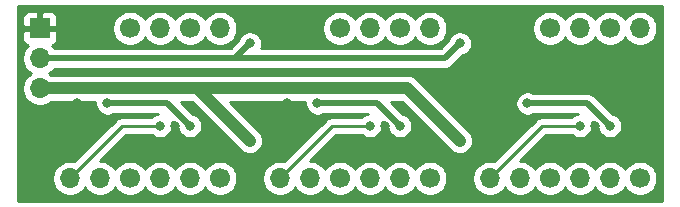
<source format=gbl>
%TF.GenerationSoftware,KiCad,Pcbnew,(5.1.8)-1*%
%TF.CreationDate,2021-03-06T21:19:43+09:00*%
%TF.ProjectId,motor_driver_2,6d6f746f-725f-4647-9269-7665725f322e,rev?*%
%TF.SameCoordinates,PX60e4b00PY7b89fa0*%
%TF.FileFunction,Copper,L2,Bot*%
%TF.FilePolarity,Positive*%
%FSLAX46Y46*%
G04 Gerber Fmt 4.6, Leading zero omitted, Abs format (unit mm)*
G04 Created by KiCad (PCBNEW (5.1.8)-1) date 2021-03-06 21:19:43*
%MOMM*%
%LPD*%
G01*
G04 APERTURE LIST*
%TA.AperFunction,ComponentPad*%
%ADD10R,1.700000X1.700000*%
%TD*%
%TA.AperFunction,ComponentPad*%
%ADD11O,1.700000X1.700000*%
%TD*%
%TA.AperFunction,ComponentPad*%
%ADD12C,1.700000*%
%TD*%
%TA.AperFunction,ViaPad*%
%ADD13C,0.800000*%
%TD*%
%TA.AperFunction,Conductor*%
%ADD14C,1.000000*%
%TD*%
%TA.AperFunction,Conductor*%
%ADD15C,0.500000*%
%TD*%
%TA.AperFunction,Conductor*%
%ADD16C,0.250000*%
%TD*%
%TA.AperFunction,Conductor*%
%ADD17C,0.254000*%
%TD*%
%TA.AperFunction,Conductor*%
%ADD18C,0.100000*%
%TD*%
G04 APERTURE END LIST*
D10*
%TO.P,J1,1*%
%TO.N,Net-(C1-Pad2)*%
X2540000Y15240000D03*
D11*
%TO.P,J1,2*%
%TO.N,Net-(C10-Pad1)*%
X2540000Y12700000D03*
%TO.P,J1,3*%
%TO.N,Net-(C1-Pad1)*%
X2540000Y10160000D03*
%TD*%
D12*
%TO.P,J2,1*%
%TO.N,Net-(IC1-Pad17)*%
X10160000Y2540000D03*
D11*
%TO.P,J2,2*%
%TO.N,Net-(IC1-Pad16)*%
X7620000Y2540000D03*
%TO.P,J2,3*%
%TO.N,Net-(IC1-Pad15)*%
X5080000Y2540000D03*
%TD*%
D12*
%TO.P,J3,1*%
%TO.N,Net-(IC1-Pad23)*%
X17780000Y2540000D03*
D11*
%TO.P,J3,2*%
%TO.N,Net-(IC1-Pad22)*%
X15240000Y2540000D03*
%TO.P,J3,3*%
%TO.N,Net-(IC1-Pad21)*%
X12700000Y2540000D03*
%TD*%
%TO.P,J4,3*%
%TO.N,Net-(IC2-Pad15)*%
X22860000Y2540000D03*
%TO.P,J4,2*%
%TO.N,Net-(IC2-Pad16)*%
X25400000Y2540000D03*
D12*
%TO.P,J4,1*%
%TO.N,Net-(IC2-Pad17)*%
X27940000Y2540000D03*
%TD*%
D11*
%TO.P,J5,3*%
%TO.N,Net-(IC2-Pad21)*%
X30480000Y2540000D03*
%TO.P,J5,2*%
%TO.N,Net-(IC2-Pad22)*%
X33020000Y2540000D03*
D12*
%TO.P,J5,1*%
%TO.N,Net-(IC2-Pad23)*%
X35560000Y2540000D03*
%TD*%
%TO.P,J6,1*%
%TO.N,Net-(IC3-Pad17)*%
X45720000Y2540000D03*
D11*
%TO.P,J6,2*%
%TO.N,Net-(IC3-Pad16)*%
X43180000Y2540000D03*
%TO.P,J6,3*%
%TO.N,Net-(IC3-Pad15)*%
X40640000Y2540000D03*
%TD*%
%TO.P,J7,3*%
%TO.N,Net-(IC3-Pad21)*%
X48260000Y2540000D03*
%TO.P,J7,2*%
%TO.N,Net-(IC3-Pad22)*%
X50800000Y2540000D03*
D12*
%TO.P,J7,1*%
%TO.N,Net-(IC3-Pad23)*%
X53340000Y2540000D03*
%TD*%
%TO.P,J13,1*%
%TO.N,Net-(IC3-Pad5)*%
X50800000Y15240000D03*
D11*
%TO.P,J13,2*%
%TO.N,Net-(IC3-Pad1)*%
X53340000Y15240000D03*
%TD*%
%TO.P,J12,2*%
%TO.N,Net-(IC3-Pad7)*%
X48260000Y15240000D03*
D12*
%TO.P,J12,1*%
%TO.N,Net-(IC3-Pad11)*%
X45720000Y15240000D03*
%TD*%
%TO.P,J11,1*%
%TO.N,Net-(IC2-Pad5)*%
X33020000Y15240000D03*
D11*
%TO.P,J11,2*%
%TO.N,Net-(IC2-Pad1)*%
X35560000Y15240000D03*
%TD*%
D12*
%TO.P,J10,1*%
%TO.N,Net-(IC2-Pad11)*%
X27940000Y15240000D03*
D11*
%TO.P,J10,2*%
%TO.N,Net-(IC2-Pad7)*%
X30480000Y15240000D03*
%TD*%
D12*
%TO.P,J8,1*%
%TO.N,Net-(IC1-Pad11)*%
X10160000Y15240000D03*
D11*
%TO.P,J8,2*%
%TO.N,Net-(IC1-Pad7)*%
X12700000Y15240000D03*
%TD*%
%TO.P,J9,2*%
%TO.N,Net-(IC1-Pad1)*%
X17780000Y15240000D03*
D12*
%TO.P,J9,1*%
%TO.N,Net-(IC1-Pad5)*%
X15240000Y15240000D03*
%TD*%
D13*
%TO.N,Net-(C1-Pad2)*%
X13970000Y6985000D03*
X31750000Y6985000D03*
X49530000Y6985000D03*
X5715000Y8890000D03*
X23495000Y8890000D03*
X41275000Y8890000D03*
X23495000Y15875000D03*
X5715000Y15875000D03*
X41275000Y15875000D03*
X38100000Y15875000D03*
X20320000Y15875000D03*
X54610000Y16510000D03*
X1270000Y1270000D03*
X2540000Y3175000D03*
X19685000Y1270000D03*
X37465000Y1270000D03*
X54610000Y10160000D03*
X37465000Y10160000D03*
X20320000Y8255000D03*
%TO.N,Net-(C1-Pad1)*%
X20320000Y5715000D03*
X38100000Y5715000D03*
%TO.N,Net-(C10-Pad1)*%
X8255000Y8890000D03*
X15240000Y6985000D03*
X20320000Y13970000D03*
X26035000Y8890000D03*
X33020000Y6985000D03*
X38100000Y13970000D03*
X43815000Y8890000D03*
X50800000Y6985000D03*
%TO.N,Net-(IC1-Pad15)*%
X12700000Y6985000D03*
%TO.N,Net-(IC2-Pad15)*%
X30480000Y6985000D03*
%TO.N,Net-(IC3-Pad15)*%
X48260000Y6985000D03*
%TD*%
D14*
%TO.N,Net-(C1-Pad1)*%
X15875000Y10160000D02*
X20320000Y5715000D01*
X2540000Y10160000D02*
X15875000Y10160000D01*
X33655000Y10160000D02*
X38100000Y5715000D01*
X15875000Y10160000D02*
X33655000Y10160000D01*
D15*
%TO.N,Net-(C10-Pad1)*%
X13335000Y8890000D02*
X15240000Y6985000D01*
X8255000Y8890000D02*
X13335000Y8890000D01*
X19050000Y12700000D02*
X20320000Y13970000D01*
X2540000Y12700000D02*
X19050000Y12700000D01*
X31115000Y8890000D02*
X33020000Y6985000D01*
X26035000Y8890000D02*
X31115000Y8890000D01*
X36830000Y12700000D02*
X38100000Y13970000D01*
X19050000Y12700000D02*
X36830000Y12700000D01*
X48895000Y8890000D02*
X50800000Y6985000D01*
X43815000Y8890000D02*
X48895000Y8890000D01*
D16*
%TO.N,Net-(IC1-Pad15)*%
X9525000Y6985000D02*
X12700000Y6985000D01*
X5080000Y2540000D02*
X9525000Y6985000D01*
%TO.N,Net-(IC2-Pad15)*%
X27305000Y6985000D02*
X30480000Y6985000D01*
X22860000Y2540000D02*
X27305000Y6985000D01*
%TO.N,Net-(IC3-Pad15)*%
X45085000Y6985000D02*
X48260000Y6985000D01*
X40640000Y2540000D02*
X45085000Y6985000D01*
%TD*%
D17*
%TO.N,Net-(C1-Pad2)*%
X55220001Y660000D02*
X660000Y660000D01*
X660000Y14390000D01*
X1051928Y14390000D01*
X1064188Y14265518D01*
X1100498Y14145820D01*
X1159463Y14035506D01*
X1238815Y13938815D01*
X1335506Y13859463D01*
X1445820Y13800498D01*
X1518380Y13778487D01*
X1386525Y13646632D01*
X1224010Y13403411D01*
X1112068Y13133158D01*
X1055000Y12846260D01*
X1055000Y12553740D01*
X1112068Y12266842D01*
X1224010Y11996589D01*
X1386525Y11753368D01*
X1593368Y11546525D01*
X1767760Y11430000D01*
X1593368Y11313475D01*
X1386525Y11106632D01*
X1224010Y10863411D01*
X1112068Y10593158D01*
X1055000Y10306260D01*
X1055000Y10013740D01*
X1112068Y9726842D01*
X1224010Y9456589D01*
X1386525Y9213368D01*
X1593368Y9006525D01*
X1836589Y8844010D01*
X2106842Y8732068D01*
X2393740Y8675000D01*
X2686260Y8675000D01*
X2973158Y8732068D01*
X3243411Y8844010D01*
X3486632Y9006525D01*
X3505107Y9025000D01*
X7226576Y9025000D01*
X7220000Y8991939D01*
X7220000Y8788061D01*
X7259774Y8588102D01*
X7337795Y8399744D01*
X7451063Y8230226D01*
X7595226Y8086063D01*
X7764744Y7972795D01*
X7953102Y7894774D01*
X8153061Y7855000D01*
X8356939Y7855000D01*
X8556898Y7894774D01*
X8745256Y7972795D01*
X8793454Y8005000D01*
X12522650Y8005000D01*
X12398102Y7980226D01*
X12209744Y7902205D01*
X12040226Y7788937D01*
X11996289Y7745000D01*
X9562322Y7745000D01*
X9524999Y7748676D01*
X9487676Y7745000D01*
X9487667Y7745000D01*
X9376014Y7734003D01*
X9232753Y7690546D01*
X9100724Y7619974D01*
X8984999Y7525001D01*
X8961201Y7496003D01*
X5446408Y3981209D01*
X5226260Y4025000D01*
X4933740Y4025000D01*
X4646842Y3967932D01*
X4376589Y3855990D01*
X4133368Y3693475D01*
X3926525Y3486632D01*
X3764010Y3243411D01*
X3652068Y2973158D01*
X3595000Y2686260D01*
X3595000Y2393740D01*
X3652068Y2106842D01*
X3764010Y1836589D01*
X3926525Y1593368D01*
X4133368Y1386525D01*
X4376589Y1224010D01*
X4646842Y1112068D01*
X4933740Y1055000D01*
X5226260Y1055000D01*
X5513158Y1112068D01*
X5783411Y1224010D01*
X6026632Y1386525D01*
X6233475Y1593368D01*
X6350000Y1767760D01*
X6466525Y1593368D01*
X6673368Y1386525D01*
X6916589Y1224010D01*
X7186842Y1112068D01*
X7473740Y1055000D01*
X7766260Y1055000D01*
X8053158Y1112068D01*
X8323411Y1224010D01*
X8566632Y1386525D01*
X8773475Y1593368D01*
X8890000Y1767760D01*
X9006525Y1593368D01*
X9213368Y1386525D01*
X9456589Y1224010D01*
X9726842Y1112068D01*
X10013740Y1055000D01*
X10306260Y1055000D01*
X10593158Y1112068D01*
X10863411Y1224010D01*
X11106632Y1386525D01*
X11313475Y1593368D01*
X11430000Y1767760D01*
X11546525Y1593368D01*
X11753368Y1386525D01*
X11996589Y1224010D01*
X12266842Y1112068D01*
X12553740Y1055000D01*
X12846260Y1055000D01*
X13133158Y1112068D01*
X13403411Y1224010D01*
X13646632Y1386525D01*
X13853475Y1593368D01*
X13970000Y1767760D01*
X14086525Y1593368D01*
X14293368Y1386525D01*
X14536589Y1224010D01*
X14806842Y1112068D01*
X15093740Y1055000D01*
X15386260Y1055000D01*
X15673158Y1112068D01*
X15943411Y1224010D01*
X16186632Y1386525D01*
X16393475Y1593368D01*
X16510000Y1767760D01*
X16626525Y1593368D01*
X16833368Y1386525D01*
X17076589Y1224010D01*
X17346842Y1112068D01*
X17633740Y1055000D01*
X17926260Y1055000D01*
X18213158Y1112068D01*
X18483411Y1224010D01*
X18726632Y1386525D01*
X18933475Y1593368D01*
X19095990Y1836589D01*
X19207932Y2106842D01*
X19265000Y2393740D01*
X19265000Y2686260D01*
X19207932Y2973158D01*
X19095990Y3243411D01*
X18933475Y3486632D01*
X18726632Y3693475D01*
X18483411Y3855990D01*
X18213158Y3967932D01*
X17926260Y4025000D01*
X17633740Y4025000D01*
X17346842Y3967932D01*
X17076589Y3855990D01*
X16833368Y3693475D01*
X16626525Y3486632D01*
X16510000Y3312240D01*
X16393475Y3486632D01*
X16186632Y3693475D01*
X15943411Y3855990D01*
X15673158Y3967932D01*
X15386260Y4025000D01*
X15093740Y4025000D01*
X14806842Y3967932D01*
X14536589Y3855990D01*
X14293368Y3693475D01*
X14086525Y3486632D01*
X13970000Y3312240D01*
X13853475Y3486632D01*
X13646632Y3693475D01*
X13403411Y3855990D01*
X13133158Y3967932D01*
X12846260Y4025000D01*
X12553740Y4025000D01*
X12266842Y3967932D01*
X11996589Y3855990D01*
X11753368Y3693475D01*
X11546525Y3486632D01*
X11430000Y3312240D01*
X11313475Y3486632D01*
X11106632Y3693475D01*
X10863411Y3855990D01*
X10593158Y3967932D01*
X10306260Y4025000D01*
X10013740Y4025000D01*
X9726842Y3967932D01*
X9456589Y3855990D01*
X9213368Y3693475D01*
X9006525Y3486632D01*
X8890000Y3312240D01*
X8773475Y3486632D01*
X8566632Y3693475D01*
X8323411Y3855990D01*
X8053158Y3967932D01*
X7766260Y4025000D01*
X7639801Y4025000D01*
X9839802Y6225000D01*
X11996289Y6225000D01*
X12040226Y6181063D01*
X12209744Y6067795D01*
X12398102Y5989774D01*
X12598061Y5950000D01*
X12801939Y5950000D01*
X13001898Y5989774D01*
X13190256Y6067795D01*
X13359774Y6181063D01*
X13503937Y6325226D01*
X13617205Y6494744D01*
X13695226Y6683102D01*
X13735000Y6883061D01*
X13735000Y7086939D01*
X13697387Y7276035D01*
X14233465Y6739956D01*
X14244774Y6683102D01*
X14322795Y6494744D01*
X14436063Y6325226D01*
X14580226Y6181063D01*
X14749744Y6067795D01*
X14938102Y5989774D01*
X15138061Y5950000D01*
X15341939Y5950000D01*
X15541898Y5989774D01*
X15730256Y6067795D01*
X15899774Y6181063D01*
X16043937Y6325226D01*
X16157205Y6494744D01*
X16235226Y6683102D01*
X16275000Y6883061D01*
X16275000Y7086939D01*
X16235226Y7286898D01*
X16157205Y7475256D01*
X16043937Y7644774D01*
X15899774Y7788937D01*
X15730256Y7902205D01*
X15541898Y7980226D01*
X15485044Y7991535D01*
X14451578Y9025000D01*
X15404869Y9025000D01*
X19556856Y4873012D01*
X19686376Y4766717D01*
X19883552Y4661325D01*
X20097500Y4596424D01*
X20319999Y4574510D01*
X20542498Y4596424D01*
X20756446Y4661325D01*
X20953622Y4766717D01*
X21126448Y4908552D01*
X21268283Y5081378D01*
X21373675Y5278554D01*
X21438576Y5492502D01*
X21460490Y5715001D01*
X21438576Y5937500D01*
X21373675Y6151448D01*
X21268283Y6348624D01*
X21161988Y6478144D01*
X18615131Y9025000D01*
X25006576Y9025000D01*
X25000000Y8991939D01*
X25000000Y8788061D01*
X25039774Y8588102D01*
X25117795Y8399744D01*
X25231063Y8230226D01*
X25375226Y8086063D01*
X25544744Y7972795D01*
X25733102Y7894774D01*
X25933061Y7855000D01*
X26136939Y7855000D01*
X26336898Y7894774D01*
X26525256Y7972795D01*
X26573454Y8005000D01*
X30302650Y8005000D01*
X30178102Y7980226D01*
X29989744Y7902205D01*
X29820226Y7788937D01*
X29776289Y7745000D01*
X27342322Y7745000D01*
X27304999Y7748676D01*
X27267676Y7745000D01*
X27267667Y7745000D01*
X27156014Y7734003D01*
X27012753Y7690546D01*
X26880724Y7619974D01*
X26764999Y7525001D01*
X26741201Y7496003D01*
X23226408Y3981209D01*
X23006260Y4025000D01*
X22713740Y4025000D01*
X22426842Y3967932D01*
X22156589Y3855990D01*
X21913368Y3693475D01*
X21706525Y3486632D01*
X21544010Y3243411D01*
X21432068Y2973158D01*
X21375000Y2686260D01*
X21375000Y2393740D01*
X21432068Y2106842D01*
X21544010Y1836589D01*
X21706525Y1593368D01*
X21913368Y1386525D01*
X22156589Y1224010D01*
X22426842Y1112068D01*
X22713740Y1055000D01*
X23006260Y1055000D01*
X23293158Y1112068D01*
X23563411Y1224010D01*
X23806632Y1386525D01*
X24013475Y1593368D01*
X24130000Y1767760D01*
X24246525Y1593368D01*
X24453368Y1386525D01*
X24696589Y1224010D01*
X24966842Y1112068D01*
X25253740Y1055000D01*
X25546260Y1055000D01*
X25833158Y1112068D01*
X26103411Y1224010D01*
X26346632Y1386525D01*
X26553475Y1593368D01*
X26670000Y1767760D01*
X26786525Y1593368D01*
X26993368Y1386525D01*
X27236589Y1224010D01*
X27506842Y1112068D01*
X27793740Y1055000D01*
X28086260Y1055000D01*
X28373158Y1112068D01*
X28643411Y1224010D01*
X28886632Y1386525D01*
X29093475Y1593368D01*
X29210000Y1767760D01*
X29326525Y1593368D01*
X29533368Y1386525D01*
X29776589Y1224010D01*
X30046842Y1112068D01*
X30333740Y1055000D01*
X30626260Y1055000D01*
X30913158Y1112068D01*
X31183411Y1224010D01*
X31426632Y1386525D01*
X31633475Y1593368D01*
X31750000Y1767760D01*
X31866525Y1593368D01*
X32073368Y1386525D01*
X32316589Y1224010D01*
X32586842Y1112068D01*
X32873740Y1055000D01*
X33166260Y1055000D01*
X33453158Y1112068D01*
X33723411Y1224010D01*
X33966632Y1386525D01*
X34173475Y1593368D01*
X34290000Y1767760D01*
X34406525Y1593368D01*
X34613368Y1386525D01*
X34856589Y1224010D01*
X35126842Y1112068D01*
X35413740Y1055000D01*
X35706260Y1055000D01*
X35993158Y1112068D01*
X36263411Y1224010D01*
X36506632Y1386525D01*
X36713475Y1593368D01*
X36875990Y1836589D01*
X36987932Y2106842D01*
X37045000Y2393740D01*
X37045000Y2686260D01*
X39155000Y2686260D01*
X39155000Y2393740D01*
X39212068Y2106842D01*
X39324010Y1836589D01*
X39486525Y1593368D01*
X39693368Y1386525D01*
X39936589Y1224010D01*
X40206842Y1112068D01*
X40493740Y1055000D01*
X40786260Y1055000D01*
X41073158Y1112068D01*
X41343411Y1224010D01*
X41586632Y1386525D01*
X41793475Y1593368D01*
X41910000Y1767760D01*
X42026525Y1593368D01*
X42233368Y1386525D01*
X42476589Y1224010D01*
X42746842Y1112068D01*
X43033740Y1055000D01*
X43326260Y1055000D01*
X43613158Y1112068D01*
X43883411Y1224010D01*
X44126632Y1386525D01*
X44333475Y1593368D01*
X44450000Y1767760D01*
X44566525Y1593368D01*
X44773368Y1386525D01*
X45016589Y1224010D01*
X45286842Y1112068D01*
X45573740Y1055000D01*
X45866260Y1055000D01*
X46153158Y1112068D01*
X46423411Y1224010D01*
X46666632Y1386525D01*
X46873475Y1593368D01*
X46990000Y1767760D01*
X47106525Y1593368D01*
X47313368Y1386525D01*
X47556589Y1224010D01*
X47826842Y1112068D01*
X48113740Y1055000D01*
X48406260Y1055000D01*
X48693158Y1112068D01*
X48963411Y1224010D01*
X49206632Y1386525D01*
X49413475Y1593368D01*
X49530000Y1767760D01*
X49646525Y1593368D01*
X49853368Y1386525D01*
X50096589Y1224010D01*
X50366842Y1112068D01*
X50653740Y1055000D01*
X50946260Y1055000D01*
X51233158Y1112068D01*
X51503411Y1224010D01*
X51746632Y1386525D01*
X51953475Y1593368D01*
X52070000Y1767760D01*
X52186525Y1593368D01*
X52393368Y1386525D01*
X52636589Y1224010D01*
X52906842Y1112068D01*
X53193740Y1055000D01*
X53486260Y1055000D01*
X53773158Y1112068D01*
X54043411Y1224010D01*
X54286632Y1386525D01*
X54493475Y1593368D01*
X54655990Y1836589D01*
X54767932Y2106842D01*
X54825000Y2393740D01*
X54825000Y2686260D01*
X54767932Y2973158D01*
X54655990Y3243411D01*
X54493475Y3486632D01*
X54286632Y3693475D01*
X54043411Y3855990D01*
X53773158Y3967932D01*
X53486260Y4025000D01*
X53193740Y4025000D01*
X52906842Y3967932D01*
X52636589Y3855990D01*
X52393368Y3693475D01*
X52186525Y3486632D01*
X52070000Y3312240D01*
X51953475Y3486632D01*
X51746632Y3693475D01*
X51503411Y3855990D01*
X51233158Y3967932D01*
X50946260Y4025000D01*
X50653740Y4025000D01*
X50366842Y3967932D01*
X50096589Y3855990D01*
X49853368Y3693475D01*
X49646525Y3486632D01*
X49530000Y3312240D01*
X49413475Y3486632D01*
X49206632Y3693475D01*
X48963411Y3855990D01*
X48693158Y3967932D01*
X48406260Y4025000D01*
X48113740Y4025000D01*
X47826842Y3967932D01*
X47556589Y3855990D01*
X47313368Y3693475D01*
X47106525Y3486632D01*
X46990000Y3312240D01*
X46873475Y3486632D01*
X46666632Y3693475D01*
X46423411Y3855990D01*
X46153158Y3967932D01*
X45866260Y4025000D01*
X45573740Y4025000D01*
X45286842Y3967932D01*
X45016589Y3855990D01*
X44773368Y3693475D01*
X44566525Y3486632D01*
X44450000Y3312240D01*
X44333475Y3486632D01*
X44126632Y3693475D01*
X43883411Y3855990D01*
X43613158Y3967932D01*
X43326260Y4025000D01*
X43199801Y4025000D01*
X45399802Y6225000D01*
X47556289Y6225000D01*
X47600226Y6181063D01*
X47769744Y6067795D01*
X47958102Y5989774D01*
X48158061Y5950000D01*
X48361939Y5950000D01*
X48561898Y5989774D01*
X48750256Y6067795D01*
X48919774Y6181063D01*
X49063937Y6325226D01*
X49177205Y6494744D01*
X49255226Y6683102D01*
X49295000Y6883061D01*
X49295000Y7086939D01*
X49257387Y7276035D01*
X49793465Y6739956D01*
X49804774Y6683102D01*
X49882795Y6494744D01*
X49996063Y6325226D01*
X50140226Y6181063D01*
X50309744Y6067795D01*
X50498102Y5989774D01*
X50698061Y5950000D01*
X50901939Y5950000D01*
X51101898Y5989774D01*
X51290256Y6067795D01*
X51459774Y6181063D01*
X51603937Y6325226D01*
X51717205Y6494744D01*
X51795226Y6683102D01*
X51835000Y6883061D01*
X51835000Y7086939D01*
X51795226Y7286898D01*
X51717205Y7475256D01*
X51603937Y7644774D01*
X51459774Y7788937D01*
X51290256Y7902205D01*
X51101898Y7980226D01*
X51045044Y7991535D01*
X49551534Y9485044D01*
X49523817Y9518817D01*
X49389059Y9629411D01*
X49235313Y9711589D01*
X49068490Y9762195D01*
X48938477Y9775000D01*
X48938469Y9775000D01*
X48895000Y9779281D01*
X48851531Y9775000D01*
X44353454Y9775000D01*
X44305256Y9807205D01*
X44116898Y9885226D01*
X43916939Y9925000D01*
X43713061Y9925000D01*
X43513102Y9885226D01*
X43324744Y9807205D01*
X43155226Y9693937D01*
X43011063Y9549774D01*
X42897795Y9380256D01*
X42819774Y9191898D01*
X42780000Y8991939D01*
X42780000Y8788061D01*
X42819774Y8588102D01*
X42897795Y8399744D01*
X43011063Y8230226D01*
X43155226Y8086063D01*
X43324744Y7972795D01*
X43513102Y7894774D01*
X43713061Y7855000D01*
X43916939Y7855000D01*
X44116898Y7894774D01*
X44305256Y7972795D01*
X44353454Y8005000D01*
X48082650Y8005000D01*
X47958102Y7980226D01*
X47769744Y7902205D01*
X47600226Y7788937D01*
X47556289Y7745000D01*
X45122322Y7745000D01*
X45084999Y7748676D01*
X45047676Y7745000D01*
X45047667Y7745000D01*
X44936014Y7734003D01*
X44792753Y7690546D01*
X44660724Y7619974D01*
X44544999Y7525001D01*
X44521201Y7496003D01*
X41006408Y3981209D01*
X40786260Y4025000D01*
X40493740Y4025000D01*
X40206842Y3967932D01*
X39936589Y3855990D01*
X39693368Y3693475D01*
X39486525Y3486632D01*
X39324010Y3243411D01*
X39212068Y2973158D01*
X39155000Y2686260D01*
X37045000Y2686260D01*
X36987932Y2973158D01*
X36875990Y3243411D01*
X36713475Y3486632D01*
X36506632Y3693475D01*
X36263411Y3855990D01*
X35993158Y3967932D01*
X35706260Y4025000D01*
X35413740Y4025000D01*
X35126842Y3967932D01*
X34856589Y3855990D01*
X34613368Y3693475D01*
X34406525Y3486632D01*
X34290000Y3312240D01*
X34173475Y3486632D01*
X33966632Y3693475D01*
X33723411Y3855990D01*
X33453158Y3967932D01*
X33166260Y4025000D01*
X32873740Y4025000D01*
X32586842Y3967932D01*
X32316589Y3855990D01*
X32073368Y3693475D01*
X31866525Y3486632D01*
X31750000Y3312240D01*
X31633475Y3486632D01*
X31426632Y3693475D01*
X31183411Y3855990D01*
X30913158Y3967932D01*
X30626260Y4025000D01*
X30333740Y4025000D01*
X30046842Y3967932D01*
X29776589Y3855990D01*
X29533368Y3693475D01*
X29326525Y3486632D01*
X29210000Y3312240D01*
X29093475Y3486632D01*
X28886632Y3693475D01*
X28643411Y3855990D01*
X28373158Y3967932D01*
X28086260Y4025000D01*
X27793740Y4025000D01*
X27506842Y3967932D01*
X27236589Y3855990D01*
X26993368Y3693475D01*
X26786525Y3486632D01*
X26670000Y3312240D01*
X26553475Y3486632D01*
X26346632Y3693475D01*
X26103411Y3855990D01*
X25833158Y3967932D01*
X25546260Y4025000D01*
X25419801Y4025000D01*
X27619802Y6225000D01*
X29776289Y6225000D01*
X29820226Y6181063D01*
X29989744Y6067795D01*
X30178102Y5989774D01*
X30378061Y5950000D01*
X30581939Y5950000D01*
X30781898Y5989774D01*
X30970256Y6067795D01*
X31139774Y6181063D01*
X31283937Y6325226D01*
X31397205Y6494744D01*
X31475226Y6683102D01*
X31515000Y6883061D01*
X31515000Y7086939D01*
X31477387Y7276035D01*
X32013465Y6739956D01*
X32024774Y6683102D01*
X32102795Y6494744D01*
X32216063Y6325226D01*
X32360226Y6181063D01*
X32529744Y6067795D01*
X32718102Y5989774D01*
X32918061Y5950000D01*
X33121939Y5950000D01*
X33321898Y5989774D01*
X33510256Y6067795D01*
X33679774Y6181063D01*
X33823937Y6325226D01*
X33937205Y6494744D01*
X34015226Y6683102D01*
X34055000Y6883061D01*
X34055000Y7086939D01*
X34015226Y7286898D01*
X33937205Y7475256D01*
X33823937Y7644774D01*
X33679774Y7788937D01*
X33510256Y7902205D01*
X33321898Y7980226D01*
X33265044Y7991535D01*
X32231578Y9025000D01*
X33184869Y9025000D01*
X37336856Y4873012D01*
X37466376Y4766717D01*
X37663552Y4661325D01*
X37877500Y4596424D01*
X38099999Y4574510D01*
X38322498Y4596424D01*
X38536446Y4661325D01*
X38733622Y4766717D01*
X38906448Y4908552D01*
X39048283Y5081378D01*
X39153675Y5278554D01*
X39218576Y5492502D01*
X39240490Y5715001D01*
X39218576Y5937500D01*
X39153675Y6151448D01*
X39048283Y6348624D01*
X38941988Y6478144D01*
X34496996Y10923135D01*
X34461449Y10966449D01*
X34288623Y11108284D01*
X34091447Y11213676D01*
X33877499Y11278577D01*
X33710752Y11295000D01*
X33710751Y11295000D01*
X33655000Y11300491D01*
X33599249Y11295000D01*
X15930751Y11295000D01*
X15875000Y11300491D01*
X15819249Y11295000D01*
X3505107Y11295000D01*
X3486632Y11313475D01*
X3312240Y11430000D01*
X3486632Y11546525D01*
X3693475Y11753368D01*
X3734656Y11815000D01*
X19006531Y11815000D01*
X19050000Y11810719D01*
X19093469Y11815000D01*
X36786531Y11815000D01*
X36830000Y11810719D01*
X36873469Y11815000D01*
X36873477Y11815000D01*
X37003490Y11827805D01*
X37170313Y11878411D01*
X37324059Y11960589D01*
X37458817Y12071183D01*
X37486534Y12104956D01*
X38345044Y12963465D01*
X38401898Y12974774D01*
X38590256Y13052795D01*
X38759774Y13166063D01*
X38903937Y13310226D01*
X39017205Y13479744D01*
X39095226Y13668102D01*
X39135000Y13868061D01*
X39135000Y14071939D01*
X39095226Y14271898D01*
X39017205Y14460256D01*
X38903937Y14629774D01*
X38759774Y14773937D01*
X38590256Y14887205D01*
X38401898Y14965226D01*
X38201939Y15005000D01*
X37998061Y15005000D01*
X37798102Y14965226D01*
X37609744Y14887205D01*
X37440226Y14773937D01*
X37296063Y14629774D01*
X37182795Y14460256D01*
X37104774Y14271898D01*
X37093465Y14215044D01*
X36463422Y13585000D01*
X21280804Y13585000D01*
X21315226Y13668102D01*
X21355000Y13868061D01*
X21355000Y14071939D01*
X21315226Y14271898D01*
X21237205Y14460256D01*
X21123937Y14629774D01*
X20979774Y14773937D01*
X20810256Y14887205D01*
X20621898Y14965226D01*
X20421939Y15005000D01*
X20218061Y15005000D01*
X20018102Y14965226D01*
X19829744Y14887205D01*
X19660226Y14773937D01*
X19516063Y14629774D01*
X19402795Y14460256D01*
X19324774Y14271898D01*
X19313465Y14215044D01*
X18683422Y13585000D01*
X3734656Y13585000D01*
X3693475Y13646632D01*
X3561620Y13778487D01*
X3634180Y13800498D01*
X3744494Y13859463D01*
X3841185Y13938815D01*
X3920537Y14035506D01*
X3979502Y14145820D01*
X4015812Y14265518D01*
X4028072Y14390000D01*
X4025000Y14954250D01*
X3866250Y15113000D01*
X2667000Y15113000D01*
X2667000Y15093000D01*
X2413000Y15093000D01*
X2413000Y15113000D01*
X1213750Y15113000D01*
X1055000Y14954250D01*
X1051928Y14390000D01*
X660000Y14390000D01*
X660000Y16090000D01*
X1051928Y16090000D01*
X1055000Y15525750D01*
X1213750Y15367000D01*
X2413000Y15367000D01*
X2413000Y16566250D01*
X2667000Y16566250D01*
X2667000Y15367000D01*
X3866250Y15367000D01*
X3885510Y15386260D01*
X8675000Y15386260D01*
X8675000Y15093740D01*
X8732068Y14806842D01*
X8844010Y14536589D01*
X9006525Y14293368D01*
X9213368Y14086525D01*
X9456589Y13924010D01*
X9726842Y13812068D01*
X10013740Y13755000D01*
X10306260Y13755000D01*
X10593158Y13812068D01*
X10863411Y13924010D01*
X11106632Y14086525D01*
X11313475Y14293368D01*
X11430000Y14467760D01*
X11546525Y14293368D01*
X11753368Y14086525D01*
X11996589Y13924010D01*
X12266842Y13812068D01*
X12553740Y13755000D01*
X12846260Y13755000D01*
X13133158Y13812068D01*
X13403411Y13924010D01*
X13646632Y14086525D01*
X13853475Y14293368D01*
X13970000Y14467760D01*
X14086525Y14293368D01*
X14293368Y14086525D01*
X14536589Y13924010D01*
X14806842Y13812068D01*
X15093740Y13755000D01*
X15386260Y13755000D01*
X15673158Y13812068D01*
X15943411Y13924010D01*
X16186632Y14086525D01*
X16393475Y14293368D01*
X16510000Y14467760D01*
X16626525Y14293368D01*
X16833368Y14086525D01*
X17076589Y13924010D01*
X17346842Y13812068D01*
X17633740Y13755000D01*
X17926260Y13755000D01*
X18213158Y13812068D01*
X18483411Y13924010D01*
X18726632Y14086525D01*
X18933475Y14293368D01*
X19095990Y14536589D01*
X19207932Y14806842D01*
X19265000Y15093740D01*
X19265000Y15386260D01*
X26455000Y15386260D01*
X26455000Y15093740D01*
X26512068Y14806842D01*
X26624010Y14536589D01*
X26786525Y14293368D01*
X26993368Y14086525D01*
X27236589Y13924010D01*
X27506842Y13812068D01*
X27793740Y13755000D01*
X28086260Y13755000D01*
X28373158Y13812068D01*
X28643411Y13924010D01*
X28886632Y14086525D01*
X29093475Y14293368D01*
X29210000Y14467760D01*
X29326525Y14293368D01*
X29533368Y14086525D01*
X29776589Y13924010D01*
X30046842Y13812068D01*
X30333740Y13755000D01*
X30626260Y13755000D01*
X30913158Y13812068D01*
X31183411Y13924010D01*
X31426632Y14086525D01*
X31633475Y14293368D01*
X31750000Y14467760D01*
X31866525Y14293368D01*
X32073368Y14086525D01*
X32316589Y13924010D01*
X32586842Y13812068D01*
X32873740Y13755000D01*
X33166260Y13755000D01*
X33453158Y13812068D01*
X33723411Y13924010D01*
X33966632Y14086525D01*
X34173475Y14293368D01*
X34290000Y14467760D01*
X34406525Y14293368D01*
X34613368Y14086525D01*
X34856589Y13924010D01*
X35126842Y13812068D01*
X35413740Y13755000D01*
X35706260Y13755000D01*
X35993158Y13812068D01*
X36263411Y13924010D01*
X36506632Y14086525D01*
X36713475Y14293368D01*
X36875990Y14536589D01*
X36987932Y14806842D01*
X37045000Y15093740D01*
X37045000Y15386260D01*
X44235000Y15386260D01*
X44235000Y15093740D01*
X44292068Y14806842D01*
X44404010Y14536589D01*
X44566525Y14293368D01*
X44773368Y14086525D01*
X45016589Y13924010D01*
X45286842Y13812068D01*
X45573740Y13755000D01*
X45866260Y13755000D01*
X46153158Y13812068D01*
X46423411Y13924010D01*
X46666632Y14086525D01*
X46873475Y14293368D01*
X46990000Y14467760D01*
X47106525Y14293368D01*
X47313368Y14086525D01*
X47556589Y13924010D01*
X47826842Y13812068D01*
X48113740Y13755000D01*
X48406260Y13755000D01*
X48693158Y13812068D01*
X48963411Y13924010D01*
X49206632Y14086525D01*
X49413475Y14293368D01*
X49530000Y14467760D01*
X49646525Y14293368D01*
X49853368Y14086525D01*
X50096589Y13924010D01*
X50366842Y13812068D01*
X50653740Y13755000D01*
X50946260Y13755000D01*
X51233158Y13812068D01*
X51503411Y13924010D01*
X51746632Y14086525D01*
X51953475Y14293368D01*
X52070000Y14467760D01*
X52186525Y14293368D01*
X52393368Y14086525D01*
X52636589Y13924010D01*
X52906842Y13812068D01*
X53193740Y13755000D01*
X53486260Y13755000D01*
X53773158Y13812068D01*
X54043411Y13924010D01*
X54286632Y14086525D01*
X54493475Y14293368D01*
X54655990Y14536589D01*
X54767932Y14806842D01*
X54825000Y15093740D01*
X54825000Y15386260D01*
X54767932Y15673158D01*
X54655990Y15943411D01*
X54493475Y16186632D01*
X54286632Y16393475D01*
X54043411Y16555990D01*
X53773158Y16667932D01*
X53486260Y16725000D01*
X53193740Y16725000D01*
X52906842Y16667932D01*
X52636589Y16555990D01*
X52393368Y16393475D01*
X52186525Y16186632D01*
X52070000Y16012240D01*
X51953475Y16186632D01*
X51746632Y16393475D01*
X51503411Y16555990D01*
X51233158Y16667932D01*
X50946260Y16725000D01*
X50653740Y16725000D01*
X50366842Y16667932D01*
X50096589Y16555990D01*
X49853368Y16393475D01*
X49646525Y16186632D01*
X49530000Y16012240D01*
X49413475Y16186632D01*
X49206632Y16393475D01*
X48963411Y16555990D01*
X48693158Y16667932D01*
X48406260Y16725000D01*
X48113740Y16725000D01*
X47826842Y16667932D01*
X47556589Y16555990D01*
X47313368Y16393475D01*
X47106525Y16186632D01*
X46990000Y16012240D01*
X46873475Y16186632D01*
X46666632Y16393475D01*
X46423411Y16555990D01*
X46153158Y16667932D01*
X45866260Y16725000D01*
X45573740Y16725000D01*
X45286842Y16667932D01*
X45016589Y16555990D01*
X44773368Y16393475D01*
X44566525Y16186632D01*
X44404010Y15943411D01*
X44292068Y15673158D01*
X44235000Y15386260D01*
X37045000Y15386260D01*
X36987932Y15673158D01*
X36875990Y15943411D01*
X36713475Y16186632D01*
X36506632Y16393475D01*
X36263411Y16555990D01*
X35993158Y16667932D01*
X35706260Y16725000D01*
X35413740Y16725000D01*
X35126842Y16667932D01*
X34856589Y16555990D01*
X34613368Y16393475D01*
X34406525Y16186632D01*
X34290000Y16012240D01*
X34173475Y16186632D01*
X33966632Y16393475D01*
X33723411Y16555990D01*
X33453158Y16667932D01*
X33166260Y16725000D01*
X32873740Y16725000D01*
X32586842Y16667932D01*
X32316589Y16555990D01*
X32073368Y16393475D01*
X31866525Y16186632D01*
X31750000Y16012240D01*
X31633475Y16186632D01*
X31426632Y16393475D01*
X31183411Y16555990D01*
X30913158Y16667932D01*
X30626260Y16725000D01*
X30333740Y16725000D01*
X30046842Y16667932D01*
X29776589Y16555990D01*
X29533368Y16393475D01*
X29326525Y16186632D01*
X29210000Y16012240D01*
X29093475Y16186632D01*
X28886632Y16393475D01*
X28643411Y16555990D01*
X28373158Y16667932D01*
X28086260Y16725000D01*
X27793740Y16725000D01*
X27506842Y16667932D01*
X27236589Y16555990D01*
X26993368Y16393475D01*
X26786525Y16186632D01*
X26624010Y15943411D01*
X26512068Y15673158D01*
X26455000Y15386260D01*
X19265000Y15386260D01*
X19207932Y15673158D01*
X19095990Y15943411D01*
X18933475Y16186632D01*
X18726632Y16393475D01*
X18483411Y16555990D01*
X18213158Y16667932D01*
X17926260Y16725000D01*
X17633740Y16725000D01*
X17346842Y16667932D01*
X17076589Y16555990D01*
X16833368Y16393475D01*
X16626525Y16186632D01*
X16510000Y16012240D01*
X16393475Y16186632D01*
X16186632Y16393475D01*
X15943411Y16555990D01*
X15673158Y16667932D01*
X15386260Y16725000D01*
X15093740Y16725000D01*
X14806842Y16667932D01*
X14536589Y16555990D01*
X14293368Y16393475D01*
X14086525Y16186632D01*
X13970000Y16012240D01*
X13853475Y16186632D01*
X13646632Y16393475D01*
X13403411Y16555990D01*
X13133158Y16667932D01*
X12846260Y16725000D01*
X12553740Y16725000D01*
X12266842Y16667932D01*
X11996589Y16555990D01*
X11753368Y16393475D01*
X11546525Y16186632D01*
X11430000Y16012240D01*
X11313475Y16186632D01*
X11106632Y16393475D01*
X10863411Y16555990D01*
X10593158Y16667932D01*
X10306260Y16725000D01*
X10013740Y16725000D01*
X9726842Y16667932D01*
X9456589Y16555990D01*
X9213368Y16393475D01*
X9006525Y16186632D01*
X8844010Y15943411D01*
X8732068Y15673158D01*
X8675000Y15386260D01*
X3885510Y15386260D01*
X4025000Y15525750D01*
X4028072Y16090000D01*
X4015812Y16214482D01*
X3979502Y16334180D01*
X3920537Y16444494D01*
X3841185Y16541185D01*
X3744494Y16620537D01*
X3634180Y16679502D01*
X3514482Y16715812D01*
X3390000Y16728072D01*
X2825750Y16725000D01*
X2667000Y16566250D01*
X2413000Y16566250D01*
X2254250Y16725000D01*
X1690000Y16728072D01*
X1565518Y16715812D01*
X1445820Y16679502D01*
X1335506Y16620537D01*
X1238815Y16541185D01*
X1159463Y16444494D01*
X1100498Y16334180D01*
X1064188Y16214482D01*
X1051928Y16090000D01*
X660000Y16090000D01*
X660000Y17120000D01*
X55220000Y17120000D01*
X55220001Y660000D01*
%TA.AperFunction,Conductor*%
D18*
G36*
X55220001Y660000D02*
G01*
X660000Y660000D01*
X660000Y14390000D01*
X1051928Y14390000D01*
X1064188Y14265518D01*
X1100498Y14145820D01*
X1159463Y14035506D01*
X1238815Y13938815D01*
X1335506Y13859463D01*
X1445820Y13800498D01*
X1518380Y13778487D01*
X1386525Y13646632D01*
X1224010Y13403411D01*
X1112068Y13133158D01*
X1055000Y12846260D01*
X1055000Y12553740D01*
X1112068Y12266842D01*
X1224010Y11996589D01*
X1386525Y11753368D01*
X1593368Y11546525D01*
X1767760Y11430000D01*
X1593368Y11313475D01*
X1386525Y11106632D01*
X1224010Y10863411D01*
X1112068Y10593158D01*
X1055000Y10306260D01*
X1055000Y10013740D01*
X1112068Y9726842D01*
X1224010Y9456589D01*
X1386525Y9213368D01*
X1593368Y9006525D01*
X1836589Y8844010D01*
X2106842Y8732068D01*
X2393740Y8675000D01*
X2686260Y8675000D01*
X2973158Y8732068D01*
X3243411Y8844010D01*
X3486632Y9006525D01*
X3505107Y9025000D01*
X7226576Y9025000D01*
X7220000Y8991939D01*
X7220000Y8788061D01*
X7259774Y8588102D01*
X7337795Y8399744D01*
X7451063Y8230226D01*
X7595226Y8086063D01*
X7764744Y7972795D01*
X7953102Y7894774D01*
X8153061Y7855000D01*
X8356939Y7855000D01*
X8556898Y7894774D01*
X8745256Y7972795D01*
X8793454Y8005000D01*
X12522650Y8005000D01*
X12398102Y7980226D01*
X12209744Y7902205D01*
X12040226Y7788937D01*
X11996289Y7745000D01*
X9562322Y7745000D01*
X9524999Y7748676D01*
X9487676Y7745000D01*
X9487667Y7745000D01*
X9376014Y7734003D01*
X9232753Y7690546D01*
X9100724Y7619974D01*
X8984999Y7525001D01*
X8961201Y7496003D01*
X5446408Y3981209D01*
X5226260Y4025000D01*
X4933740Y4025000D01*
X4646842Y3967932D01*
X4376589Y3855990D01*
X4133368Y3693475D01*
X3926525Y3486632D01*
X3764010Y3243411D01*
X3652068Y2973158D01*
X3595000Y2686260D01*
X3595000Y2393740D01*
X3652068Y2106842D01*
X3764010Y1836589D01*
X3926525Y1593368D01*
X4133368Y1386525D01*
X4376589Y1224010D01*
X4646842Y1112068D01*
X4933740Y1055000D01*
X5226260Y1055000D01*
X5513158Y1112068D01*
X5783411Y1224010D01*
X6026632Y1386525D01*
X6233475Y1593368D01*
X6350000Y1767760D01*
X6466525Y1593368D01*
X6673368Y1386525D01*
X6916589Y1224010D01*
X7186842Y1112068D01*
X7473740Y1055000D01*
X7766260Y1055000D01*
X8053158Y1112068D01*
X8323411Y1224010D01*
X8566632Y1386525D01*
X8773475Y1593368D01*
X8890000Y1767760D01*
X9006525Y1593368D01*
X9213368Y1386525D01*
X9456589Y1224010D01*
X9726842Y1112068D01*
X10013740Y1055000D01*
X10306260Y1055000D01*
X10593158Y1112068D01*
X10863411Y1224010D01*
X11106632Y1386525D01*
X11313475Y1593368D01*
X11430000Y1767760D01*
X11546525Y1593368D01*
X11753368Y1386525D01*
X11996589Y1224010D01*
X12266842Y1112068D01*
X12553740Y1055000D01*
X12846260Y1055000D01*
X13133158Y1112068D01*
X13403411Y1224010D01*
X13646632Y1386525D01*
X13853475Y1593368D01*
X13970000Y1767760D01*
X14086525Y1593368D01*
X14293368Y1386525D01*
X14536589Y1224010D01*
X14806842Y1112068D01*
X15093740Y1055000D01*
X15386260Y1055000D01*
X15673158Y1112068D01*
X15943411Y1224010D01*
X16186632Y1386525D01*
X16393475Y1593368D01*
X16510000Y1767760D01*
X16626525Y1593368D01*
X16833368Y1386525D01*
X17076589Y1224010D01*
X17346842Y1112068D01*
X17633740Y1055000D01*
X17926260Y1055000D01*
X18213158Y1112068D01*
X18483411Y1224010D01*
X18726632Y1386525D01*
X18933475Y1593368D01*
X19095990Y1836589D01*
X19207932Y2106842D01*
X19265000Y2393740D01*
X19265000Y2686260D01*
X19207932Y2973158D01*
X19095990Y3243411D01*
X18933475Y3486632D01*
X18726632Y3693475D01*
X18483411Y3855990D01*
X18213158Y3967932D01*
X17926260Y4025000D01*
X17633740Y4025000D01*
X17346842Y3967932D01*
X17076589Y3855990D01*
X16833368Y3693475D01*
X16626525Y3486632D01*
X16510000Y3312240D01*
X16393475Y3486632D01*
X16186632Y3693475D01*
X15943411Y3855990D01*
X15673158Y3967932D01*
X15386260Y4025000D01*
X15093740Y4025000D01*
X14806842Y3967932D01*
X14536589Y3855990D01*
X14293368Y3693475D01*
X14086525Y3486632D01*
X13970000Y3312240D01*
X13853475Y3486632D01*
X13646632Y3693475D01*
X13403411Y3855990D01*
X13133158Y3967932D01*
X12846260Y4025000D01*
X12553740Y4025000D01*
X12266842Y3967932D01*
X11996589Y3855990D01*
X11753368Y3693475D01*
X11546525Y3486632D01*
X11430000Y3312240D01*
X11313475Y3486632D01*
X11106632Y3693475D01*
X10863411Y3855990D01*
X10593158Y3967932D01*
X10306260Y4025000D01*
X10013740Y4025000D01*
X9726842Y3967932D01*
X9456589Y3855990D01*
X9213368Y3693475D01*
X9006525Y3486632D01*
X8890000Y3312240D01*
X8773475Y3486632D01*
X8566632Y3693475D01*
X8323411Y3855990D01*
X8053158Y3967932D01*
X7766260Y4025000D01*
X7639801Y4025000D01*
X9839802Y6225000D01*
X11996289Y6225000D01*
X12040226Y6181063D01*
X12209744Y6067795D01*
X12398102Y5989774D01*
X12598061Y5950000D01*
X12801939Y5950000D01*
X13001898Y5989774D01*
X13190256Y6067795D01*
X13359774Y6181063D01*
X13503937Y6325226D01*
X13617205Y6494744D01*
X13695226Y6683102D01*
X13735000Y6883061D01*
X13735000Y7086939D01*
X13697387Y7276035D01*
X14233465Y6739956D01*
X14244774Y6683102D01*
X14322795Y6494744D01*
X14436063Y6325226D01*
X14580226Y6181063D01*
X14749744Y6067795D01*
X14938102Y5989774D01*
X15138061Y5950000D01*
X15341939Y5950000D01*
X15541898Y5989774D01*
X15730256Y6067795D01*
X15899774Y6181063D01*
X16043937Y6325226D01*
X16157205Y6494744D01*
X16235226Y6683102D01*
X16275000Y6883061D01*
X16275000Y7086939D01*
X16235226Y7286898D01*
X16157205Y7475256D01*
X16043937Y7644774D01*
X15899774Y7788937D01*
X15730256Y7902205D01*
X15541898Y7980226D01*
X15485044Y7991535D01*
X14451578Y9025000D01*
X15404869Y9025000D01*
X19556856Y4873012D01*
X19686376Y4766717D01*
X19883552Y4661325D01*
X20097500Y4596424D01*
X20319999Y4574510D01*
X20542498Y4596424D01*
X20756446Y4661325D01*
X20953622Y4766717D01*
X21126448Y4908552D01*
X21268283Y5081378D01*
X21373675Y5278554D01*
X21438576Y5492502D01*
X21460490Y5715001D01*
X21438576Y5937500D01*
X21373675Y6151448D01*
X21268283Y6348624D01*
X21161988Y6478144D01*
X18615131Y9025000D01*
X25006576Y9025000D01*
X25000000Y8991939D01*
X25000000Y8788061D01*
X25039774Y8588102D01*
X25117795Y8399744D01*
X25231063Y8230226D01*
X25375226Y8086063D01*
X25544744Y7972795D01*
X25733102Y7894774D01*
X25933061Y7855000D01*
X26136939Y7855000D01*
X26336898Y7894774D01*
X26525256Y7972795D01*
X26573454Y8005000D01*
X30302650Y8005000D01*
X30178102Y7980226D01*
X29989744Y7902205D01*
X29820226Y7788937D01*
X29776289Y7745000D01*
X27342322Y7745000D01*
X27304999Y7748676D01*
X27267676Y7745000D01*
X27267667Y7745000D01*
X27156014Y7734003D01*
X27012753Y7690546D01*
X26880724Y7619974D01*
X26764999Y7525001D01*
X26741201Y7496003D01*
X23226408Y3981209D01*
X23006260Y4025000D01*
X22713740Y4025000D01*
X22426842Y3967932D01*
X22156589Y3855990D01*
X21913368Y3693475D01*
X21706525Y3486632D01*
X21544010Y3243411D01*
X21432068Y2973158D01*
X21375000Y2686260D01*
X21375000Y2393740D01*
X21432068Y2106842D01*
X21544010Y1836589D01*
X21706525Y1593368D01*
X21913368Y1386525D01*
X22156589Y1224010D01*
X22426842Y1112068D01*
X22713740Y1055000D01*
X23006260Y1055000D01*
X23293158Y1112068D01*
X23563411Y1224010D01*
X23806632Y1386525D01*
X24013475Y1593368D01*
X24130000Y1767760D01*
X24246525Y1593368D01*
X24453368Y1386525D01*
X24696589Y1224010D01*
X24966842Y1112068D01*
X25253740Y1055000D01*
X25546260Y1055000D01*
X25833158Y1112068D01*
X26103411Y1224010D01*
X26346632Y1386525D01*
X26553475Y1593368D01*
X26670000Y1767760D01*
X26786525Y1593368D01*
X26993368Y1386525D01*
X27236589Y1224010D01*
X27506842Y1112068D01*
X27793740Y1055000D01*
X28086260Y1055000D01*
X28373158Y1112068D01*
X28643411Y1224010D01*
X28886632Y1386525D01*
X29093475Y1593368D01*
X29210000Y1767760D01*
X29326525Y1593368D01*
X29533368Y1386525D01*
X29776589Y1224010D01*
X30046842Y1112068D01*
X30333740Y1055000D01*
X30626260Y1055000D01*
X30913158Y1112068D01*
X31183411Y1224010D01*
X31426632Y1386525D01*
X31633475Y1593368D01*
X31750000Y1767760D01*
X31866525Y1593368D01*
X32073368Y1386525D01*
X32316589Y1224010D01*
X32586842Y1112068D01*
X32873740Y1055000D01*
X33166260Y1055000D01*
X33453158Y1112068D01*
X33723411Y1224010D01*
X33966632Y1386525D01*
X34173475Y1593368D01*
X34290000Y1767760D01*
X34406525Y1593368D01*
X34613368Y1386525D01*
X34856589Y1224010D01*
X35126842Y1112068D01*
X35413740Y1055000D01*
X35706260Y1055000D01*
X35993158Y1112068D01*
X36263411Y1224010D01*
X36506632Y1386525D01*
X36713475Y1593368D01*
X36875990Y1836589D01*
X36987932Y2106842D01*
X37045000Y2393740D01*
X37045000Y2686260D01*
X39155000Y2686260D01*
X39155000Y2393740D01*
X39212068Y2106842D01*
X39324010Y1836589D01*
X39486525Y1593368D01*
X39693368Y1386525D01*
X39936589Y1224010D01*
X40206842Y1112068D01*
X40493740Y1055000D01*
X40786260Y1055000D01*
X41073158Y1112068D01*
X41343411Y1224010D01*
X41586632Y1386525D01*
X41793475Y1593368D01*
X41910000Y1767760D01*
X42026525Y1593368D01*
X42233368Y1386525D01*
X42476589Y1224010D01*
X42746842Y1112068D01*
X43033740Y1055000D01*
X43326260Y1055000D01*
X43613158Y1112068D01*
X43883411Y1224010D01*
X44126632Y1386525D01*
X44333475Y1593368D01*
X44450000Y1767760D01*
X44566525Y1593368D01*
X44773368Y1386525D01*
X45016589Y1224010D01*
X45286842Y1112068D01*
X45573740Y1055000D01*
X45866260Y1055000D01*
X46153158Y1112068D01*
X46423411Y1224010D01*
X46666632Y1386525D01*
X46873475Y1593368D01*
X46990000Y1767760D01*
X47106525Y1593368D01*
X47313368Y1386525D01*
X47556589Y1224010D01*
X47826842Y1112068D01*
X48113740Y1055000D01*
X48406260Y1055000D01*
X48693158Y1112068D01*
X48963411Y1224010D01*
X49206632Y1386525D01*
X49413475Y1593368D01*
X49530000Y1767760D01*
X49646525Y1593368D01*
X49853368Y1386525D01*
X50096589Y1224010D01*
X50366842Y1112068D01*
X50653740Y1055000D01*
X50946260Y1055000D01*
X51233158Y1112068D01*
X51503411Y1224010D01*
X51746632Y1386525D01*
X51953475Y1593368D01*
X52070000Y1767760D01*
X52186525Y1593368D01*
X52393368Y1386525D01*
X52636589Y1224010D01*
X52906842Y1112068D01*
X53193740Y1055000D01*
X53486260Y1055000D01*
X53773158Y1112068D01*
X54043411Y1224010D01*
X54286632Y1386525D01*
X54493475Y1593368D01*
X54655990Y1836589D01*
X54767932Y2106842D01*
X54825000Y2393740D01*
X54825000Y2686260D01*
X54767932Y2973158D01*
X54655990Y3243411D01*
X54493475Y3486632D01*
X54286632Y3693475D01*
X54043411Y3855990D01*
X53773158Y3967932D01*
X53486260Y4025000D01*
X53193740Y4025000D01*
X52906842Y3967932D01*
X52636589Y3855990D01*
X52393368Y3693475D01*
X52186525Y3486632D01*
X52070000Y3312240D01*
X51953475Y3486632D01*
X51746632Y3693475D01*
X51503411Y3855990D01*
X51233158Y3967932D01*
X50946260Y4025000D01*
X50653740Y4025000D01*
X50366842Y3967932D01*
X50096589Y3855990D01*
X49853368Y3693475D01*
X49646525Y3486632D01*
X49530000Y3312240D01*
X49413475Y3486632D01*
X49206632Y3693475D01*
X48963411Y3855990D01*
X48693158Y3967932D01*
X48406260Y4025000D01*
X48113740Y4025000D01*
X47826842Y3967932D01*
X47556589Y3855990D01*
X47313368Y3693475D01*
X47106525Y3486632D01*
X46990000Y3312240D01*
X46873475Y3486632D01*
X46666632Y3693475D01*
X46423411Y3855990D01*
X46153158Y3967932D01*
X45866260Y4025000D01*
X45573740Y4025000D01*
X45286842Y3967932D01*
X45016589Y3855990D01*
X44773368Y3693475D01*
X44566525Y3486632D01*
X44450000Y3312240D01*
X44333475Y3486632D01*
X44126632Y3693475D01*
X43883411Y3855990D01*
X43613158Y3967932D01*
X43326260Y4025000D01*
X43199801Y4025000D01*
X45399802Y6225000D01*
X47556289Y6225000D01*
X47600226Y6181063D01*
X47769744Y6067795D01*
X47958102Y5989774D01*
X48158061Y5950000D01*
X48361939Y5950000D01*
X48561898Y5989774D01*
X48750256Y6067795D01*
X48919774Y6181063D01*
X49063937Y6325226D01*
X49177205Y6494744D01*
X49255226Y6683102D01*
X49295000Y6883061D01*
X49295000Y7086939D01*
X49257387Y7276035D01*
X49793465Y6739956D01*
X49804774Y6683102D01*
X49882795Y6494744D01*
X49996063Y6325226D01*
X50140226Y6181063D01*
X50309744Y6067795D01*
X50498102Y5989774D01*
X50698061Y5950000D01*
X50901939Y5950000D01*
X51101898Y5989774D01*
X51290256Y6067795D01*
X51459774Y6181063D01*
X51603937Y6325226D01*
X51717205Y6494744D01*
X51795226Y6683102D01*
X51835000Y6883061D01*
X51835000Y7086939D01*
X51795226Y7286898D01*
X51717205Y7475256D01*
X51603937Y7644774D01*
X51459774Y7788937D01*
X51290256Y7902205D01*
X51101898Y7980226D01*
X51045044Y7991535D01*
X49551534Y9485044D01*
X49523817Y9518817D01*
X49389059Y9629411D01*
X49235313Y9711589D01*
X49068490Y9762195D01*
X48938477Y9775000D01*
X48938469Y9775000D01*
X48895000Y9779281D01*
X48851531Y9775000D01*
X44353454Y9775000D01*
X44305256Y9807205D01*
X44116898Y9885226D01*
X43916939Y9925000D01*
X43713061Y9925000D01*
X43513102Y9885226D01*
X43324744Y9807205D01*
X43155226Y9693937D01*
X43011063Y9549774D01*
X42897795Y9380256D01*
X42819774Y9191898D01*
X42780000Y8991939D01*
X42780000Y8788061D01*
X42819774Y8588102D01*
X42897795Y8399744D01*
X43011063Y8230226D01*
X43155226Y8086063D01*
X43324744Y7972795D01*
X43513102Y7894774D01*
X43713061Y7855000D01*
X43916939Y7855000D01*
X44116898Y7894774D01*
X44305256Y7972795D01*
X44353454Y8005000D01*
X48082650Y8005000D01*
X47958102Y7980226D01*
X47769744Y7902205D01*
X47600226Y7788937D01*
X47556289Y7745000D01*
X45122322Y7745000D01*
X45084999Y7748676D01*
X45047676Y7745000D01*
X45047667Y7745000D01*
X44936014Y7734003D01*
X44792753Y7690546D01*
X44660724Y7619974D01*
X44544999Y7525001D01*
X44521201Y7496003D01*
X41006408Y3981209D01*
X40786260Y4025000D01*
X40493740Y4025000D01*
X40206842Y3967932D01*
X39936589Y3855990D01*
X39693368Y3693475D01*
X39486525Y3486632D01*
X39324010Y3243411D01*
X39212068Y2973158D01*
X39155000Y2686260D01*
X37045000Y2686260D01*
X36987932Y2973158D01*
X36875990Y3243411D01*
X36713475Y3486632D01*
X36506632Y3693475D01*
X36263411Y3855990D01*
X35993158Y3967932D01*
X35706260Y4025000D01*
X35413740Y4025000D01*
X35126842Y3967932D01*
X34856589Y3855990D01*
X34613368Y3693475D01*
X34406525Y3486632D01*
X34290000Y3312240D01*
X34173475Y3486632D01*
X33966632Y3693475D01*
X33723411Y3855990D01*
X33453158Y3967932D01*
X33166260Y4025000D01*
X32873740Y4025000D01*
X32586842Y3967932D01*
X32316589Y3855990D01*
X32073368Y3693475D01*
X31866525Y3486632D01*
X31750000Y3312240D01*
X31633475Y3486632D01*
X31426632Y3693475D01*
X31183411Y3855990D01*
X30913158Y3967932D01*
X30626260Y4025000D01*
X30333740Y4025000D01*
X30046842Y3967932D01*
X29776589Y3855990D01*
X29533368Y3693475D01*
X29326525Y3486632D01*
X29210000Y3312240D01*
X29093475Y3486632D01*
X28886632Y3693475D01*
X28643411Y3855990D01*
X28373158Y3967932D01*
X28086260Y4025000D01*
X27793740Y4025000D01*
X27506842Y3967932D01*
X27236589Y3855990D01*
X26993368Y3693475D01*
X26786525Y3486632D01*
X26670000Y3312240D01*
X26553475Y3486632D01*
X26346632Y3693475D01*
X26103411Y3855990D01*
X25833158Y3967932D01*
X25546260Y4025000D01*
X25419801Y4025000D01*
X27619802Y6225000D01*
X29776289Y6225000D01*
X29820226Y6181063D01*
X29989744Y6067795D01*
X30178102Y5989774D01*
X30378061Y5950000D01*
X30581939Y5950000D01*
X30781898Y5989774D01*
X30970256Y6067795D01*
X31139774Y6181063D01*
X31283937Y6325226D01*
X31397205Y6494744D01*
X31475226Y6683102D01*
X31515000Y6883061D01*
X31515000Y7086939D01*
X31477387Y7276035D01*
X32013465Y6739956D01*
X32024774Y6683102D01*
X32102795Y6494744D01*
X32216063Y6325226D01*
X32360226Y6181063D01*
X32529744Y6067795D01*
X32718102Y5989774D01*
X32918061Y5950000D01*
X33121939Y5950000D01*
X33321898Y5989774D01*
X33510256Y6067795D01*
X33679774Y6181063D01*
X33823937Y6325226D01*
X33937205Y6494744D01*
X34015226Y6683102D01*
X34055000Y6883061D01*
X34055000Y7086939D01*
X34015226Y7286898D01*
X33937205Y7475256D01*
X33823937Y7644774D01*
X33679774Y7788937D01*
X33510256Y7902205D01*
X33321898Y7980226D01*
X33265044Y7991535D01*
X32231578Y9025000D01*
X33184869Y9025000D01*
X37336856Y4873012D01*
X37466376Y4766717D01*
X37663552Y4661325D01*
X37877500Y4596424D01*
X38099999Y4574510D01*
X38322498Y4596424D01*
X38536446Y4661325D01*
X38733622Y4766717D01*
X38906448Y4908552D01*
X39048283Y5081378D01*
X39153675Y5278554D01*
X39218576Y5492502D01*
X39240490Y5715001D01*
X39218576Y5937500D01*
X39153675Y6151448D01*
X39048283Y6348624D01*
X38941988Y6478144D01*
X34496996Y10923135D01*
X34461449Y10966449D01*
X34288623Y11108284D01*
X34091447Y11213676D01*
X33877499Y11278577D01*
X33710752Y11295000D01*
X33710751Y11295000D01*
X33655000Y11300491D01*
X33599249Y11295000D01*
X15930751Y11295000D01*
X15875000Y11300491D01*
X15819249Y11295000D01*
X3505107Y11295000D01*
X3486632Y11313475D01*
X3312240Y11430000D01*
X3486632Y11546525D01*
X3693475Y11753368D01*
X3734656Y11815000D01*
X19006531Y11815000D01*
X19050000Y11810719D01*
X19093469Y11815000D01*
X36786531Y11815000D01*
X36830000Y11810719D01*
X36873469Y11815000D01*
X36873477Y11815000D01*
X37003490Y11827805D01*
X37170313Y11878411D01*
X37324059Y11960589D01*
X37458817Y12071183D01*
X37486534Y12104956D01*
X38345044Y12963465D01*
X38401898Y12974774D01*
X38590256Y13052795D01*
X38759774Y13166063D01*
X38903937Y13310226D01*
X39017205Y13479744D01*
X39095226Y13668102D01*
X39135000Y13868061D01*
X39135000Y14071939D01*
X39095226Y14271898D01*
X39017205Y14460256D01*
X38903937Y14629774D01*
X38759774Y14773937D01*
X38590256Y14887205D01*
X38401898Y14965226D01*
X38201939Y15005000D01*
X37998061Y15005000D01*
X37798102Y14965226D01*
X37609744Y14887205D01*
X37440226Y14773937D01*
X37296063Y14629774D01*
X37182795Y14460256D01*
X37104774Y14271898D01*
X37093465Y14215044D01*
X36463422Y13585000D01*
X21280804Y13585000D01*
X21315226Y13668102D01*
X21355000Y13868061D01*
X21355000Y14071939D01*
X21315226Y14271898D01*
X21237205Y14460256D01*
X21123937Y14629774D01*
X20979774Y14773937D01*
X20810256Y14887205D01*
X20621898Y14965226D01*
X20421939Y15005000D01*
X20218061Y15005000D01*
X20018102Y14965226D01*
X19829744Y14887205D01*
X19660226Y14773937D01*
X19516063Y14629774D01*
X19402795Y14460256D01*
X19324774Y14271898D01*
X19313465Y14215044D01*
X18683422Y13585000D01*
X3734656Y13585000D01*
X3693475Y13646632D01*
X3561620Y13778487D01*
X3634180Y13800498D01*
X3744494Y13859463D01*
X3841185Y13938815D01*
X3920537Y14035506D01*
X3979502Y14145820D01*
X4015812Y14265518D01*
X4028072Y14390000D01*
X4025000Y14954250D01*
X3866250Y15113000D01*
X2667000Y15113000D01*
X2667000Y15093000D01*
X2413000Y15093000D01*
X2413000Y15113000D01*
X1213750Y15113000D01*
X1055000Y14954250D01*
X1051928Y14390000D01*
X660000Y14390000D01*
X660000Y16090000D01*
X1051928Y16090000D01*
X1055000Y15525750D01*
X1213750Y15367000D01*
X2413000Y15367000D01*
X2413000Y16566250D01*
X2667000Y16566250D01*
X2667000Y15367000D01*
X3866250Y15367000D01*
X3885510Y15386260D01*
X8675000Y15386260D01*
X8675000Y15093740D01*
X8732068Y14806842D01*
X8844010Y14536589D01*
X9006525Y14293368D01*
X9213368Y14086525D01*
X9456589Y13924010D01*
X9726842Y13812068D01*
X10013740Y13755000D01*
X10306260Y13755000D01*
X10593158Y13812068D01*
X10863411Y13924010D01*
X11106632Y14086525D01*
X11313475Y14293368D01*
X11430000Y14467760D01*
X11546525Y14293368D01*
X11753368Y14086525D01*
X11996589Y13924010D01*
X12266842Y13812068D01*
X12553740Y13755000D01*
X12846260Y13755000D01*
X13133158Y13812068D01*
X13403411Y13924010D01*
X13646632Y14086525D01*
X13853475Y14293368D01*
X13970000Y14467760D01*
X14086525Y14293368D01*
X14293368Y14086525D01*
X14536589Y13924010D01*
X14806842Y13812068D01*
X15093740Y13755000D01*
X15386260Y13755000D01*
X15673158Y13812068D01*
X15943411Y13924010D01*
X16186632Y14086525D01*
X16393475Y14293368D01*
X16510000Y14467760D01*
X16626525Y14293368D01*
X16833368Y14086525D01*
X17076589Y13924010D01*
X17346842Y13812068D01*
X17633740Y13755000D01*
X17926260Y13755000D01*
X18213158Y13812068D01*
X18483411Y13924010D01*
X18726632Y14086525D01*
X18933475Y14293368D01*
X19095990Y14536589D01*
X19207932Y14806842D01*
X19265000Y15093740D01*
X19265000Y15386260D01*
X26455000Y15386260D01*
X26455000Y15093740D01*
X26512068Y14806842D01*
X26624010Y14536589D01*
X26786525Y14293368D01*
X26993368Y14086525D01*
X27236589Y13924010D01*
X27506842Y13812068D01*
X27793740Y13755000D01*
X28086260Y13755000D01*
X28373158Y13812068D01*
X28643411Y13924010D01*
X28886632Y14086525D01*
X29093475Y14293368D01*
X29210000Y14467760D01*
X29326525Y14293368D01*
X29533368Y14086525D01*
X29776589Y13924010D01*
X30046842Y13812068D01*
X30333740Y13755000D01*
X30626260Y13755000D01*
X30913158Y13812068D01*
X31183411Y13924010D01*
X31426632Y14086525D01*
X31633475Y14293368D01*
X31750000Y14467760D01*
X31866525Y14293368D01*
X32073368Y14086525D01*
X32316589Y13924010D01*
X32586842Y13812068D01*
X32873740Y13755000D01*
X33166260Y13755000D01*
X33453158Y13812068D01*
X33723411Y13924010D01*
X33966632Y14086525D01*
X34173475Y14293368D01*
X34290000Y14467760D01*
X34406525Y14293368D01*
X34613368Y14086525D01*
X34856589Y13924010D01*
X35126842Y13812068D01*
X35413740Y13755000D01*
X35706260Y13755000D01*
X35993158Y13812068D01*
X36263411Y13924010D01*
X36506632Y14086525D01*
X36713475Y14293368D01*
X36875990Y14536589D01*
X36987932Y14806842D01*
X37045000Y15093740D01*
X37045000Y15386260D01*
X44235000Y15386260D01*
X44235000Y15093740D01*
X44292068Y14806842D01*
X44404010Y14536589D01*
X44566525Y14293368D01*
X44773368Y14086525D01*
X45016589Y13924010D01*
X45286842Y13812068D01*
X45573740Y13755000D01*
X45866260Y13755000D01*
X46153158Y13812068D01*
X46423411Y13924010D01*
X46666632Y14086525D01*
X46873475Y14293368D01*
X46990000Y14467760D01*
X47106525Y14293368D01*
X47313368Y14086525D01*
X47556589Y13924010D01*
X47826842Y13812068D01*
X48113740Y13755000D01*
X48406260Y13755000D01*
X48693158Y13812068D01*
X48963411Y13924010D01*
X49206632Y14086525D01*
X49413475Y14293368D01*
X49530000Y14467760D01*
X49646525Y14293368D01*
X49853368Y14086525D01*
X50096589Y13924010D01*
X50366842Y13812068D01*
X50653740Y13755000D01*
X50946260Y13755000D01*
X51233158Y13812068D01*
X51503411Y13924010D01*
X51746632Y14086525D01*
X51953475Y14293368D01*
X52070000Y14467760D01*
X52186525Y14293368D01*
X52393368Y14086525D01*
X52636589Y13924010D01*
X52906842Y13812068D01*
X53193740Y13755000D01*
X53486260Y13755000D01*
X53773158Y13812068D01*
X54043411Y13924010D01*
X54286632Y14086525D01*
X54493475Y14293368D01*
X54655990Y14536589D01*
X54767932Y14806842D01*
X54825000Y15093740D01*
X54825000Y15386260D01*
X54767932Y15673158D01*
X54655990Y15943411D01*
X54493475Y16186632D01*
X54286632Y16393475D01*
X54043411Y16555990D01*
X53773158Y16667932D01*
X53486260Y16725000D01*
X53193740Y16725000D01*
X52906842Y16667932D01*
X52636589Y16555990D01*
X52393368Y16393475D01*
X52186525Y16186632D01*
X52070000Y16012240D01*
X51953475Y16186632D01*
X51746632Y16393475D01*
X51503411Y16555990D01*
X51233158Y16667932D01*
X50946260Y16725000D01*
X50653740Y16725000D01*
X50366842Y16667932D01*
X50096589Y16555990D01*
X49853368Y16393475D01*
X49646525Y16186632D01*
X49530000Y16012240D01*
X49413475Y16186632D01*
X49206632Y16393475D01*
X48963411Y16555990D01*
X48693158Y16667932D01*
X48406260Y16725000D01*
X48113740Y16725000D01*
X47826842Y16667932D01*
X47556589Y16555990D01*
X47313368Y16393475D01*
X47106525Y16186632D01*
X46990000Y16012240D01*
X46873475Y16186632D01*
X46666632Y16393475D01*
X46423411Y16555990D01*
X46153158Y16667932D01*
X45866260Y16725000D01*
X45573740Y16725000D01*
X45286842Y16667932D01*
X45016589Y16555990D01*
X44773368Y16393475D01*
X44566525Y16186632D01*
X44404010Y15943411D01*
X44292068Y15673158D01*
X44235000Y15386260D01*
X37045000Y15386260D01*
X36987932Y15673158D01*
X36875990Y15943411D01*
X36713475Y16186632D01*
X36506632Y16393475D01*
X36263411Y16555990D01*
X35993158Y16667932D01*
X35706260Y16725000D01*
X35413740Y16725000D01*
X35126842Y16667932D01*
X34856589Y16555990D01*
X34613368Y16393475D01*
X34406525Y16186632D01*
X34290000Y16012240D01*
X34173475Y16186632D01*
X33966632Y16393475D01*
X33723411Y16555990D01*
X33453158Y16667932D01*
X33166260Y16725000D01*
X32873740Y16725000D01*
X32586842Y16667932D01*
X32316589Y16555990D01*
X32073368Y16393475D01*
X31866525Y16186632D01*
X31750000Y16012240D01*
X31633475Y16186632D01*
X31426632Y16393475D01*
X31183411Y16555990D01*
X30913158Y16667932D01*
X30626260Y16725000D01*
X30333740Y16725000D01*
X30046842Y16667932D01*
X29776589Y16555990D01*
X29533368Y16393475D01*
X29326525Y16186632D01*
X29210000Y16012240D01*
X29093475Y16186632D01*
X28886632Y16393475D01*
X28643411Y16555990D01*
X28373158Y16667932D01*
X28086260Y16725000D01*
X27793740Y16725000D01*
X27506842Y16667932D01*
X27236589Y16555990D01*
X26993368Y16393475D01*
X26786525Y16186632D01*
X26624010Y15943411D01*
X26512068Y15673158D01*
X26455000Y15386260D01*
X19265000Y15386260D01*
X19207932Y15673158D01*
X19095990Y15943411D01*
X18933475Y16186632D01*
X18726632Y16393475D01*
X18483411Y16555990D01*
X18213158Y16667932D01*
X17926260Y16725000D01*
X17633740Y16725000D01*
X17346842Y16667932D01*
X17076589Y16555990D01*
X16833368Y16393475D01*
X16626525Y16186632D01*
X16510000Y16012240D01*
X16393475Y16186632D01*
X16186632Y16393475D01*
X15943411Y16555990D01*
X15673158Y16667932D01*
X15386260Y16725000D01*
X15093740Y16725000D01*
X14806842Y16667932D01*
X14536589Y16555990D01*
X14293368Y16393475D01*
X14086525Y16186632D01*
X13970000Y16012240D01*
X13853475Y16186632D01*
X13646632Y16393475D01*
X13403411Y16555990D01*
X13133158Y16667932D01*
X12846260Y16725000D01*
X12553740Y16725000D01*
X12266842Y16667932D01*
X11996589Y16555990D01*
X11753368Y16393475D01*
X11546525Y16186632D01*
X11430000Y16012240D01*
X11313475Y16186632D01*
X11106632Y16393475D01*
X10863411Y16555990D01*
X10593158Y16667932D01*
X10306260Y16725000D01*
X10013740Y16725000D01*
X9726842Y16667932D01*
X9456589Y16555990D01*
X9213368Y16393475D01*
X9006525Y16186632D01*
X8844010Y15943411D01*
X8732068Y15673158D01*
X8675000Y15386260D01*
X3885510Y15386260D01*
X4025000Y15525750D01*
X4028072Y16090000D01*
X4015812Y16214482D01*
X3979502Y16334180D01*
X3920537Y16444494D01*
X3841185Y16541185D01*
X3744494Y16620537D01*
X3634180Y16679502D01*
X3514482Y16715812D01*
X3390000Y16728072D01*
X2825750Y16725000D01*
X2667000Y16566250D01*
X2413000Y16566250D01*
X2254250Y16725000D01*
X1690000Y16728072D01*
X1565518Y16715812D01*
X1445820Y16679502D01*
X1335506Y16620537D01*
X1238815Y16541185D01*
X1159463Y16444494D01*
X1100498Y16334180D01*
X1064188Y16214482D01*
X1051928Y16090000D01*
X660000Y16090000D01*
X660000Y17120000D01*
X55220000Y17120000D01*
X55220001Y660000D01*
G37*
%TD.AperFunction*%
%TD*%
M02*

</source>
